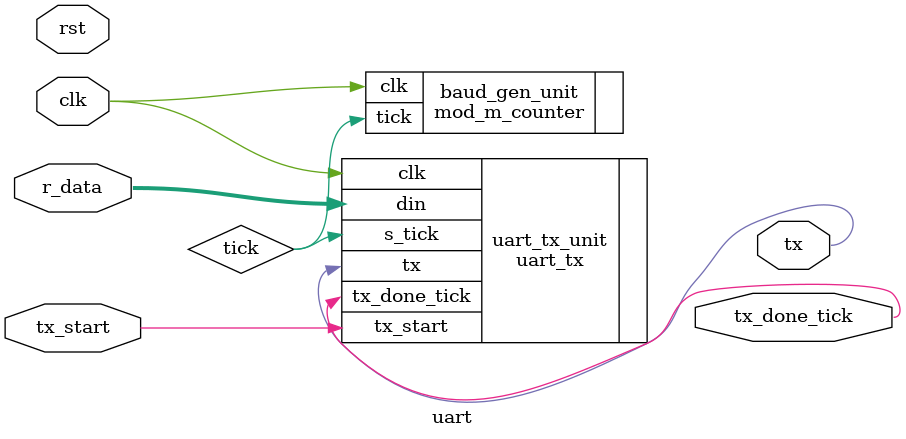
<source format=v>
module uart( 
	  input wire clk,
	  input wire rst,
	  input wire tx_start,
	  output wire tx_done_tick,
	  input wire [7:0] r_data,
	  output tx
    );
	
	wire tick;
	//wire [7:0] rx_data_out;
	
	mod_m_counter baud_gen_unit(
		.clk(clk), 
		.tick(tick)
	);
		
	uart_tx uart_tx_unit(
		.clk(clk),
		.tx_start(tx_start), 
		.s_tick(tick),
		.din(r_data),
		.tx_done_tick(tx_done_tick),
		.tx(tx)
	);	

	
endmodule

</source>
